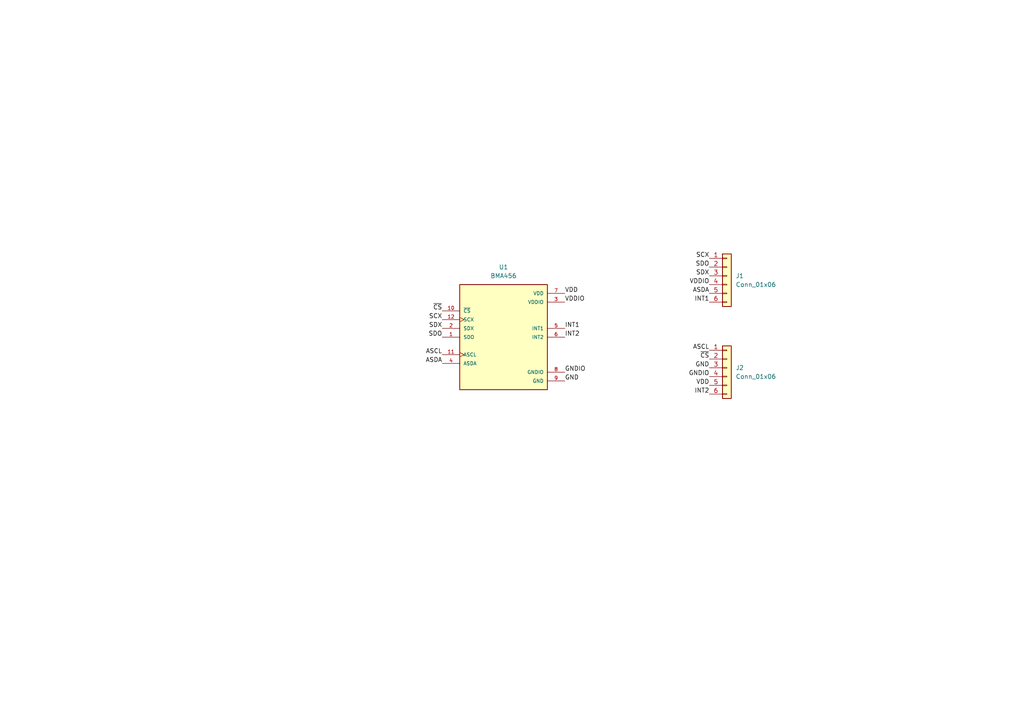
<source format=kicad_sch>
(kicad_sch (version 20211123) (generator eeschema)

  (uuid a62c1a04-405e-4840-a95a-7c1577b8d83f)

  (paper "A4")

  (lib_symbols
    (symbol "BMA456:BMA456" (pin_names (offset 1.016)) (in_bom yes) (on_board yes)
      (property "Reference" "U" (id 0) (at -12.7 16.51 0)
        (effects (font (size 1.27 1.27)) (justify left bottom))
      )
      (property "Value" "BMA456" (id 1) (at -12.7 -17.78 0)
        (effects (font (size 1.27 1.27)) (justify left bottom))
      )
      (property "Footprint" "SnapEDA Library:XDCR_BMA456" (id 2) (at 0 0 0)
        (effects (font (size 1.27 1.27)) (justify left bottom) hide)
      )
      (property "Datasheet" "" (id 3) (at 0 0 0)
        (effects (font (size 1.27 1.27)) (justify left bottom) hide)
      )
      (property "MANUFACTURER" "Bosch" (id 4) (at 0 0 0)
        (effects (font (size 1.27 1.27)) (justify left bottom) hide)
      )
      (property "PARTREV" "2.0" (id 5) (at 0 0 0)
        (effects (font (size 1.27 1.27)) (justify left bottom) hide)
      )
      (property "STANDARD" "Manufacturer Recommendation" (id 6) (at 0 0 0)
        (effects (font (size 1.27 1.27)) (justify left bottom) hide)
      )
      (property "MAXIMUM_PACKAGE_HEIGHT" "0.70 mm" (id 7) (at 0 0 0)
        (effects (font (size 1.27 1.27)) (justify left bottom) hide)
      )
      (property "ki_locked" "" (id 8) (at 0 0 0)
        (effects (font (size 1.27 1.27)))
      )
      (symbol "BMA456_0_0"
        (rectangle (start -12.7 -15.24) (end 12.7 15.24)
          (stroke (width 0.254) (type default) (color 0 0 0 0))
          (fill (type background))
        )
        (pin bidirectional line (at -17.78 0 0) (length 5.08)
          (name "SDO" (effects (font (size 1.016 1.016))))
          (number "1" (effects (font (size 1.016 1.016))))
        )
        (pin input line (at -17.78 7.62 0) (length 5.08)
          (name "~{CS}" (effects (font (size 1.016 1.016))))
          (number "10" (effects (font (size 1.016 1.016))))
        )
        (pin output clock (at -17.78 -5.08 0) (length 5.08)
          (name "ASCL" (effects (font (size 1.016 1.016))))
          (number "11" (effects (font (size 1.016 1.016))))
        )
        (pin input clock (at -17.78 5.08 0) (length 5.08)
          (name "SCX" (effects (font (size 1.016 1.016))))
          (number "12" (effects (font (size 1.016 1.016))))
        )
        (pin bidirectional line (at -17.78 2.54 0) (length 5.08)
          (name "SDX" (effects (font (size 1.016 1.016))))
          (number "2" (effects (font (size 1.016 1.016))))
        )
        (pin power_in line (at 17.78 10.16 180) (length 5.08)
          (name "VDDIO" (effects (font (size 1.016 1.016))))
          (number "3" (effects (font (size 1.016 1.016))))
        )
        (pin bidirectional line (at -17.78 -7.62 0) (length 5.08)
          (name "ASDA" (effects (font (size 1.016 1.016))))
          (number "4" (effects (font (size 1.016 1.016))))
        )
        (pin bidirectional line (at 17.78 2.54 180) (length 5.08)
          (name "INT1" (effects (font (size 1.016 1.016))))
          (number "5" (effects (font (size 1.016 1.016))))
        )
        (pin bidirectional line (at 17.78 0 180) (length 5.08)
          (name "INT2" (effects (font (size 1.016 1.016))))
          (number "6" (effects (font (size 1.016 1.016))))
        )
        (pin power_in line (at 17.78 12.7 180) (length 5.08)
          (name "VDD" (effects (font (size 1.016 1.016))))
          (number "7" (effects (font (size 1.016 1.016))))
        )
        (pin power_in line (at 17.78 -10.16 180) (length 5.08)
          (name "GNDIO" (effects (font (size 1.016 1.016))))
          (number "8" (effects (font (size 1.016 1.016))))
        )
        (pin power_in line (at 17.78 -12.7 180) (length 5.08)
          (name "GND" (effects (font (size 1.016 1.016))))
          (number "9" (effects (font (size 1.016 1.016))))
        )
      )
    )
    (symbol "Connector_Generic:Conn_01x06" (pin_names (offset 1.016) hide) (in_bom yes) (on_board yes)
      (property "Reference" "J" (id 0) (at 0 7.62 0)
        (effects (font (size 1.27 1.27)))
      )
      (property "Value" "Conn_01x06" (id 1) (at 0 -10.16 0)
        (effects (font (size 1.27 1.27)))
      )
      (property "Footprint" "" (id 2) (at 0 0 0)
        (effects (font (size 1.27 1.27)) hide)
      )
      (property "Datasheet" "~" (id 3) (at 0 0 0)
        (effects (font (size 1.27 1.27)) hide)
      )
      (property "ki_keywords" "connector" (id 4) (at 0 0 0)
        (effects (font (size 1.27 1.27)) hide)
      )
      (property "ki_description" "Generic connector, single row, 01x06, script generated (kicad-library-utils/schlib/autogen/connector/)" (id 5) (at 0 0 0)
        (effects (font (size 1.27 1.27)) hide)
      )
      (property "ki_fp_filters" "Connector*:*_1x??_*" (id 6) (at 0 0 0)
        (effects (font (size 1.27 1.27)) hide)
      )
      (symbol "Conn_01x06_1_1"
        (rectangle (start -1.27 -7.493) (end 0 -7.747)
          (stroke (width 0.1524) (type default) (color 0 0 0 0))
          (fill (type none))
        )
        (rectangle (start -1.27 -4.953) (end 0 -5.207)
          (stroke (width 0.1524) (type default) (color 0 0 0 0))
          (fill (type none))
        )
        (rectangle (start -1.27 -2.413) (end 0 -2.667)
          (stroke (width 0.1524) (type default) (color 0 0 0 0))
          (fill (type none))
        )
        (rectangle (start -1.27 0.127) (end 0 -0.127)
          (stroke (width 0.1524) (type default) (color 0 0 0 0))
          (fill (type none))
        )
        (rectangle (start -1.27 2.667) (end 0 2.413)
          (stroke (width 0.1524) (type default) (color 0 0 0 0))
          (fill (type none))
        )
        (rectangle (start -1.27 5.207) (end 0 4.953)
          (stroke (width 0.1524) (type default) (color 0 0 0 0))
          (fill (type none))
        )
        (rectangle (start -1.27 6.35) (end 1.27 -8.89)
          (stroke (width 0.254) (type default) (color 0 0 0 0))
          (fill (type background))
        )
        (pin passive line (at -5.08 5.08 0) (length 3.81)
          (name "Pin_1" (effects (font (size 1.27 1.27))))
          (number "1" (effects (font (size 1.27 1.27))))
        )
        (pin passive line (at -5.08 2.54 0) (length 3.81)
          (name "Pin_2" (effects (font (size 1.27 1.27))))
          (number "2" (effects (font (size 1.27 1.27))))
        )
        (pin passive line (at -5.08 0 0) (length 3.81)
          (name "Pin_3" (effects (font (size 1.27 1.27))))
          (number "3" (effects (font (size 1.27 1.27))))
        )
        (pin passive line (at -5.08 -2.54 0) (length 3.81)
          (name "Pin_4" (effects (font (size 1.27 1.27))))
          (number "4" (effects (font (size 1.27 1.27))))
        )
        (pin passive line (at -5.08 -5.08 0) (length 3.81)
          (name "Pin_5" (effects (font (size 1.27 1.27))))
          (number "5" (effects (font (size 1.27 1.27))))
        )
        (pin passive line (at -5.08 -7.62 0) (length 3.81)
          (name "Pin_6" (effects (font (size 1.27 1.27))))
          (number "6" (effects (font (size 1.27 1.27))))
        )
      )
    )
  )


  (label "GNDIO" (at 205.74 109.22 180)
    (effects (font (size 1.27 1.27)) (justify right bottom))
    (uuid 177b7c24-f1e0-4276-b067-75401106c911)
  )
  (label "ASCL" (at 205.74 101.6 180)
    (effects (font (size 1.27 1.27)) (justify right bottom))
    (uuid 3c9a3eb8-235c-4510-b1d7-6b4bb18d1101)
  )
  (label "SCX" (at 205.74 74.93 180)
    (effects (font (size 1.27 1.27)) (justify right bottom))
    (uuid 42691117-f9ac-4ba6-ae6d-0c2a64896bbb)
  )
  (label "VDDIO" (at 205.74 82.55 180)
    (effects (font (size 1.27 1.27)) (justify right bottom))
    (uuid 43a65e93-1997-4f4d-92b2-f332c7bea8df)
  )
  (label "SDX" (at 205.74 80.01 180)
    (effects (font (size 1.27 1.27)) (justify right bottom))
    (uuid 46e41b8a-95ad-4f22-abfc-fd65c84f93b0)
  )
  (label "SDX" (at 128.27 95.25 180)
    (effects (font (size 1.27 1.27)) (justify right bottom))
    (uuid 46fed1f1-e4f9-4fad-96d9-865265751087)
  )
  (label "VDDIO" (at 163.83 87.63 0)
    (effects (font (size 1.27 1.27)) (justify left bottom))
    (uuid 487b03ca-8e86-498b-aeef-75b91a5611ca)
  )
  (label "INT2" (at 163.83 97.79 0)
    (effects (font (size 1.27 1.27)) (justify left bottom))
    (uuid 493e0955-48fb-4161-984c-5227e7ef91c3)
  )
  (label "INT1" (at 163.83 95.25 0)
    (effects (font (size 1.27 1.27)) (justify left bottom))
    (uuid 60ab7547-30d2-4a47-8bc9-1431ff57d9a4)
  )
  (label "ASCL" (at 128.27 102.87 180)
    (effects (font (size 1.27 1.27)) (justify right bottom))
    (uuid 64113a1e-1931-4e73-9d65-40876e51b0ea)
  )
  (label "~{CS}" (at 205.74 104.14 180)
    (effects (font (size 1.27 1.27)) (justify right bottom))
    (uuid 74d55f0b-8e01-401a-9e57-e9737f36465f)
  )
  (label "GNDIO" (at 163.83 107.95 0)
    (effects (font (size 1.27 1.27)) (justify left bottom))
    (uuid 7684c3fc-3aec-4d81-8db2-6380ed000c94)
  )
  (label "SDO" (at 128.27 97.79 180)
    (effects (font (size 1.27 1.27)) (justify right bottom))
    (uuid 7933b047-3400-4f8a-854c-448a1be2b3d3)
  )
  (label "ASDA" (at 128.27 105.41 180)
    (effects (font (size 1.27 1.27)) (justify right bottom))
    (uuid 7b3afc17-676c-466d-9c99-69aed04db95d)
  )
  (label "GND" (at 205.74 106.68 180)
    (effects (font (size 1.27 1.27)) (justify right bottom))
    (uuid 7b50d0d6-63d8-49db-bd0f-29f71e496876)
  )
  (label "SDO" (at 205.74 77.47 180)
    (effects (font (size 1.27 1.27)) (justify right bottom))
    (uuid 831e89de-a3ec-49e5-bf5c-eefe0009605a)
  )
  (label "~{CS}" (at 128.27 90.17 180)
    (effects (font (size 1.27 1.27)) (justify right bottom))
    (uuid 9d09e12d-987c-4837-aa90-8aaeaa6dddf3)
  )
  (label "INT1" (at 205.74 87.63 180)
    (effects (font (size 1.27 1.27)) (justify right bottom))
    (uuid a7a1558e-ff67-45da-a053-1d445805c8ba)
  )
  (label "ASDA" (at 205.74 85.09 180)
    (effects (font (size 1.27 1.27)) (justify right bottom))
    (uuid bc85b267-75f0-4df7-9c8a-2366c386afd8)
  )
  (label "SCX" (at 128.27 92.71 180)
    (effects (font (size 1.27 1.27)) (justify right bottom))
    (uuid c139a567-3a75-4351-a142-11220d710cd4)
  )
  (label "VDD" (at 205.74 111.76 180)
    (effects (font (size 1.27 1.27)) (justify right bottom))
    (uuid c1907c29-1442-4ce8-b5f5-00f6b98a58a8)
  )
  (label "GND" (at 163.83 110.49 0)
    (effects (font (size 1.27 1.27)) (justify left bottom))
    (uuid cd08a34b-e774-4076-b952-dc671a913ba7)
  )
  (label "VDD" (at 163.83 85.09 0)
    (effects (font (size 1.27 1.27)) (justify left bottom))
    (uuid d8b00cf3-6fab-453b-b384-ed9ed123be44)
  )
  (label "INT2" (at 205.74 114.3 180)
    (effects (font (size 1.27 1.27)) (justify right bottom))
    (uuid fc165951-269c-405d-957a-8e5f18655fcd)
  )

  (symbol (lib_id "Connector_Generic:Conn_01x06") (at 210.82 106.68 0) (unit 1)
    (in_bom yes) (on_board yes) (fields_autoplaced)
    (uuid 7d6ef619-5be1-4466-bbbb-7a34d75c35a0)
    (property "Reference" "J2" (id 0) (at 213.36 106.6799 0)
      (effects (font (size 1.27 1.27)) (justify left))
    )
    (property "Value" "Conn_01x06" (id 1) (at 213.36 109.2199 0)
      (effects (font (size 1.27 1.27)) (justify left))
    )
    (property "Footprint" "Connector_PinHeader_2.54mm:PinHeader_1x06_P2.54mm_Vertical" (id 2) (at 210.82 106.68 0)
      (effects (font (size 1.27 1.27)) hide)
    )
    (property "Datasheet" "~" (id 3) (at 210.82 106.68 0)
      (effects (font (size 1.27 1.27)) hide)
    )
    (pin "1" (uuid 2ffb04f4-6a52-4446-9a59-577441f5d571))
    (pin "2" (uuid 14915b6c-b8a7-4b8c-8b96-0e3474ba5597))
    (pin "3" (uuid cf08b890-09e6-463a-99a3-6b13fd51b329))
    (pin "4" (uuid 917da1ca-030a-4c3c-9e14-47f59c948b2e))
    (pin "5" (uuid 109b5a44-78e7-435c-a736-3347c6c7fa5f))
    (pin "6" (uuid 44f050ae-335a-4f85-903e-834048aa2dbd))
  )

  (symbol (lib_id "BMA456:BMA456") (at 146.05 97.79 0) (unit 1)
    (in_bom yes) (on_board yes) (fields_autoplaced)
    (uuid aaed09bc-8c9b-479d-9fb7-3a5c3e83901e)
    (property "Reference" "U1" (id 0) (at 146.05 77.47 0))
    (property "Value" "BMA456" (id 1) (at 146.05 80.01 0))
    (property "Footprint" "watch:XDCR_BMA456" (id 2) (at 146.05 97.79 0)
      (effects (font (size 1.27 1.27)) (justify left bottom) hide)
    )
    (property "Datasheet" "" (id 3) (at 146.05 97.79 0)
      (effects (font (size 1.27 1.27)) (justify left bottom) hide)
    )
    (property "MANUFACTURER" "Bosch" (id 4) (at 146.05 97.79 0)
      (effects (font (size 1.27 1.27)) (justify left bottom) hide)
    )
    (property "PARTREV" "2.0" (id 5) (at 146.05 97.79 0)
      (effects (font (size 1.27 1.27)) (justify left bottom) hide)
    )
    (property "STANDARD" "Manufacturer Recommendation" (id 6) (at 146.05 97.79 0)
      (effects (font (size 1.27 1.27)) (justify left bottom) hide)
    )
    (property "MAXIMUM_PACKAGE_HEIGHT" "0.70 mm" (id 7) (at 146.05 97.79 0)
      (effects (font (size 1.27 1.27)) (justify left bottom) hide)
    )
    (pin "1" (uuid b9387f35-4a17-4e8a-a5a8-67856cc38d64))
    (pin "10" (uuid 0882b972-3c09-43bc-b9c5-ef870c5a5e76))
    (pin "11" (uuid 4c3e037b-0886-41bd-a4b5-5476d43375e4))
    (pin "12" (uuid 5299e8ef-d21a-4b2b-922b-cc8317b49575))
    (pin "2" (uuid d372b7d5-9f82-4a13-a5e2-369c189ad1fd))
    (pin "3" (uuid 10e8d801-311d-4446-8e27-927a9f656901))
    (pin "4" (uuid c0a99d52-ba45-4ddf-8c05-50818a504c5d))
    (pin "5" (uuid a13c374f-6679-4fb7-bd0e-73f46b31890d))
    (pin "6" (uuid 453c684e-c8ca-41b4-9cfa-d0a1e4f959c1))
    (pin "7" (uuid ddbc539b-6c0f-40e2-8d90-2cd8d53c359d))
    (pin "8" (uuid fc8691d4-7003-46d3-8915-7e099c998ba7))
    (pin "9" (uuid 1ea54a4d-3276-49ca-ac05-427e24bee1ef))
  )

  (symbol (lib_id "Connector_Generic:Conn_01x06") (at 210.82 80.01 0) (unit 1)
    (in_bom yes) (on_board yes) (fields_autoplaced)
    (uuid eeb8d1db-e476-45b5-8b8e-4c3982f05ef5)
    (property "Reference" "J1" (id 0) (at 213.36 80.0099 0)
      (effects (font (size 1.27 1.27)) (justify left))
    )
    (property "Value" "Conn_01x06" (id 1) (at 213.36 82.5499 0)
      (effects (font (size 1.27 1.27)) (justify left))
    )
    (property "Footprint" "Connector_PinHeader_2.54mm:PinHeader_1x06_P2.54mm_Vertical" (id 2) (at 210.82 80.01 0)
      (effects (font (size 1.27 1.27)) hide)
    )
    (property "Datasheet" "~" (id 3) (at 210.82 80.01 0)
      (effects (font (size 1.27 1.27)) hide)
    )
    (pin "1" (uuid dd4ecde6-8da5-402b-b506-1fb7aabd7eb9))
    (pin "2" (uuid ac44a754-a2d6-4915-82b2-a51fd302089a))
    (pin "3" (uuid d350616e-8cae-432e-ab0a-5722415a510f))
    (pin "4" (uuid 332a5364-0e8e-4f7f-8d77-bf92790955a9))
    (pin "5" (uuid 14b069f9-4071-4d6e-9f93-51dfe9ff9fc2))
    (pin "6" (uuid c46f230d-2a2c-4a88-bf40-f63409cbd5ed))
  )

  (sheet_instances
    (path "/" (page "1"))
  )

  (symbol_instances
    (path "/eeb8d1db-e476-45b5-8b8e-4c3982f05ef5"
      (reference "J1") (unit 1) (value "Conn_01x06") (footprint "Connector_PinHeader_2.54mm:PinHeader_1x06_P2.54mm_Vertical")
    )
    (path "/7d6ef619-5be1-4466-bbbb-7a34d75c35a0"
      (reference "J2") (unit 1) (value "Conn_01x06") (footprint "Connector_PinHeader_2.54mm:PinHeader_1x06_P2.54mm_Vertical")
    )
    (path "/aaed09bc-8c9b-479d-9fb7-3a5c3e83901e"
      (reference "U1") (unit 1) (value "BMA456") (footprint "watch:XDCR_BMA456")
    )
  )
)

</source>
